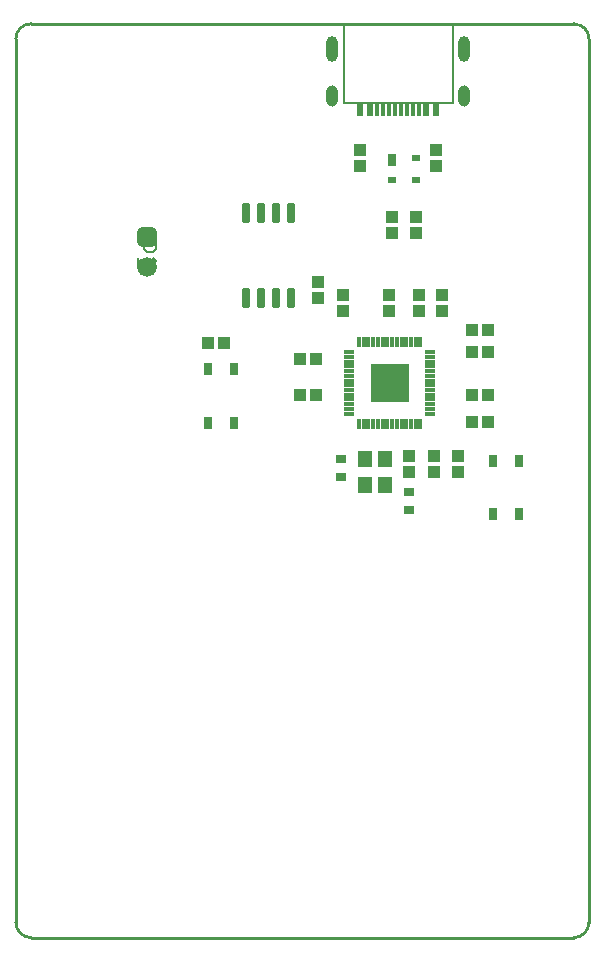
<source format=gts>
G04*
G04 #@! TF.GenerationSoftware,Altium Limited,Altium Designer,24.2.2 (26)*
G04*
G04 Layer_Color=8388736*
%FSLAX25Y25*%
%MOIN*%
G70*
G04*
G04 #@! TF.SameCoordinates,3758B99F-9DEC-4DD0-BAA5-DFD1AAF1D411*
G04*
G04*
G04 #@! TF.FilePolarity,Negative*
G04*
G01*
G75*
%ADD13C,0.01000*%
%ADD15C,0.00591*%
%ADD19R,0.01181X0.04331*%
%ADD20R,0.02362X0.04331*%
%ADD24R,0.02800X0.03900*%
%ADD28R,0.03543X0.03150*%
G04:AMPARAMS|DCode=30|XSize=66.38mil|YSize=25.83mil|CornerRadius=4.35mil|HoleSize=0mil|Usage=FLASHONLY|Rotation=270.000|XOffset=0mil|YOffset=0mil|HoleType=Round|Shape=RoundedRectangle|*
%AMROUNDEDRECTD30*
21,1,0.06638,0.01713,0,0,270.0*
21,1,0.05768,0.02583,0,0,270.0*
1,1,0.00870,-0.00856,-0.02884*
1,1,0.00870,-0.00856,0.02884*
1,1,0.00870,0.00856,0.02884*
1,1,0.00870,0.00856,-0.02884*
%
%ADD30ROUNDEDRECTD30*%
%ADD31R,0.04236X0.03842*%
%ADD32R,0.03842X0.04236*%
G04:AMPARAMS|DCode=33|XSize=10.87mil|YSize=36.06mil|CornerRadius=2.48mil|HoleSize=0mil|Usage=FLASHONLY|Rotation=0.000|XOffset=0mil|YOffset=0mil|HoleType=Round|Shape=RoundedRectangle|*
%AMROUNDEDRECTD33*
21,1,0.01087,0.03110,0,0,0.0*
21,1,0.00591,0.03606,0,0,0.0*
1,1,0.00496,0.00295,-0.01555*
1,1,0.00496,-0.00295,-0.01555*
1,1,0.00496,-0.00295,0.01555*
1,1,0.00496,0.00295,0.01555*
%
%ADD33ROUNDEDRECTD33*%
G04:AMPARAMS|DCode=34|XSize=36.06mil|YSize=10.87mil|CornerRadius=2.48mil|HoleSize=0mil|Usage=FLASHONLY|Rotation=0.000|XOffset=0mil|YOffset=0mil|HoleType=Round|Shape=RoundedRectangle|*
%AMROUNDEDRECTD34*
21,1,0.03606,0.00591,0,0,0.0*
21,1,0.03110,0.01087,0,0,0.0*
1,1,0.00496,0.01555,-0.00295*
1,1,0.00496,-0.01555,-0.00295*
1,1,0.00496,-0.01555,0.00295*
1,1,0.00496,0.01555,0.00295*
%
%ADD34ROUNDEDRECTD34*%
%ADD35R,0.12504X0.12504*%
%ADD36R,0.05024X0.05811*%
%ADD37R,0.02756X0.02362*%
%ADD38R,0.02756X0.03937*%
G04:AMPARAMS|DCode=39|XSize=39.37mil|YSize=86.61mil|CornerRadius=19.68mil|HoleSize=0mil|Usage=FLASHONLY|Rotation=180.000|XOffset=0mil|YOffset=0mil|HoleType=Round|Shape=RoundedRectangle|*
%AMROUNDEDRECTD39*
21,1,0.03937,0.04724,0,0,180.0*
21,1,0.00000,0.08661,0,0,180.0*
1,1,0.03937,0.00000,0.02362*
1,1,0.03937,0.00000,0.02362*
1,1,0.03937,0.00000,-0.02362*
1,1,0.03937,0.00000,-0.02362*
%
%ADD39ROUNDEDRECTD39*%
G04:AMPARAMS|DCode=40|XSize=39.37mil|YSize=70.87mil|CornerRadius=19.68mil|HoleSize=0mil|Usage=FLASHONLY|Rotation=180.000|XOffset=0mil|YOffset=0mil|HoleType=Round|Shape=RoundedRectangle|*
%AMROUNDEDRECTD40*
21,1,0.03937,0.03150,0,0,180.0*
21,1,0.00000,0.07087,0,0,180.0*
1,1,0.03937,0.00000,0.01575*
1,1,0.03937,0.00000,0.01575*
1,1,0.03937,0.00000,-0.01575*
1,1,0.03937,0.00000,-0.01575*
%
%ADD40ROUNDEDRECTD40*%
G04:AMPARAMS|DCode=41|XSize=65.98mil|YSize=65.98mil|CornerRadius=17.24mil|HoleSize=0mil|Usage=FLASHONLY|Rotation=270.000|XOffset=0mil|YOffset=0mil|HoleType=Round|Shape=RoundedRectangle|*
%AMROUNDEDRECTD41*
21,1,0.06598,0.03150,0,0,270.0*
21,1,0.03150,0.06598,0,0,270.0*
1,1,0.03449,-0.01575,-0.01575*
1,1,0.03449,-0.01575,0.01575*
1,1,0.03449,0.01575,0.01575*
1,1,0.03449,0.01575,-0.01575*
%
%ADD41ROUNDEDRECTD41*%
%ADD42C,0.06598*%
D13*
X1087100Y747300D02*
G03*
X1082100Y742300I0J-5000D01*
G01*
X1273100D02*
G03*
X1268100Y747300I-5000J0D01*
G01*
Y442700D02*
G03*
X1273100Y447700I0J5000D01*
G01*
X1082100D02*
G03*
X1087100Y442700I5000J0D01*
G01*
X1082100Y737121D02*
Y742300D01*
X1087100Y747300D02*
X1268100D01*
X1273100Y447841D02*
Y742300D01*
Y447700D02*
Y447841D01*
X1087100Y442700D02*
X1268100D01*
X1082100Y447700D02*
Y737121D01*
D15*
X1191310Y720818D02*
X1227687D01*
X1191310D02*
Y747196D01*
X1227687Y720818D02*
Y747196D01*
X1122861Y675036D02*
X1128765D01*
Y672084D01*
X1127781Y671100D01*
X1125813D01*
X1124829Y672084D01*
Y675036D01*
X1122861Y669132D02*
Y667164D01*
Y668148D01*
X1128765D01*
X1127781Y669132D01*
D19*
X1202609Y718653D02*
D03*
X1204577D02*
D03*
X1206546D02*
D03*
X1208514D02*
D03*
X1210483D02*
D03*
X1212451D02*
D03*
X1214420D02*
D03*
X1216388D02*
D03*
D20*
X1200050D02*
D03*
X1218947D02*
D03*
X1196900D02*
D03*
X1222097D02*
D03*
D24*
X1154732Y632058D02*
D03*
Y614342D02*
D03*
X1146268Y632058D02*
D03*
Y614342D02*
D03*
X1241168Y583942D02*
D03*
Y601658D02*
D03*
X1249632Y583942D02*
D03*
Y601658D02*
D03*
D28*
X1190400Y602153D02*
D03*
Y596247D02*
D03*
X1213100Y591153D02*
D03*
Y585247D02*
D03*
D30*
X1173700Y655907D02*
D03*
X1168700D02*
D03*
X1163700D02*
D03*
X1158700D02*
D03*
Y684293D02*
D03*
X1163700D02*
D03*
X1168700D02*
D03*
X1173700D02*
D03*
D31*
X1182700Y661258D02*
D03*
Y655943D02*
D03*
X1190991Y656957D02*
D03*
Y651643D02*
D03*
X1213100Y597984D02*
D03*
Y603299D02*
D03*
X1222099Y705306D02*
D03*
Y699991D02*
D03*
X1221600Y603300D02*
D03*
Y597985D02*
D03*
X1216388Y656957D02*
D03*
Y651643D02*
D03*
X1224000Y656957D02*
D03*
Y651643D02*
D03*
X1229546Y597984D02*
D03*
Y603298D02*
D03*
X1207514Y682956D02*
D03*
Y677641D02*
D03*
X1215392Y682958D02*
D03*
Y677643D02*
D03*
X1206547Y656957D02*
D03*
Y651643D02*
D03*
X1196902Y699991D02*
D03*
Y705306D02*
D03*
D32*
X1176885Y635433D02*
D03*
X1182200D02*
D03*
X1176885Y623639D02*
D03*
X1182200D02*
D03*
X1239458Y637813D02*
D03*
X1234143D02*
D03*
X1239419Y614661D02*
D03*
X1234104D02*
D03*
X1239419Y645120D02*
D03*
X1234104D02*
D03*
X1234144Y623639D02*
D03*
X1239459D02*
D03*
X1146243Y641000D02*
D03*
X1151558D02*
D03*
D33*
X1196477Y614053D02*
D03*
X1198052D02*
D03*
X1199627D02*
D03*
X1201202D02*
D03*
X1202776D02*
D03*
X1204351D02*
D03*
X1205926D02*
D03*
X1207501D02*
D03*
X1209076D02*
D03*
X1210650D02*
D03*
X1212225D02*
D03*
X1213800D02*
D03*
X1215375D02*
D03*
X1216950D02*
D03*
Y641100D02*
D03*
X1215375D02*
D03*
X1213800D02*
D03*
X1212225D02*
D03*
X1210652D02*
D03*
X1209076D02*
D03*
X1207501D02*
D03*
X1205926D02*
D03*
X1204351D02*
D03*
X1202776D02*
D03*
X1201202D02*
D03*
X1199627D02*
D03*
X1198052D02*
D03*
X1196477D02*
D03*
D34*
X1193190Y637813D02*
D03*
Y636238D02*
D03*
Y634663D02*
D03*
Y633088D02*
D03*
Y631513D02*
D03*
Y629939D02*
D03*
Y628364D02*
D03*
Y626789D02*
D03*
Y625214D02*
D03*
Y623639D02*
D03*
Y622065D02*
D03*
Y620490D02*
D03*
Y618915D02*
D03*
Y617340D02*
D03*
X1220237D02*
D03*
Y618915D02*
D03*
Y620490D02*
D03*
Y622065D02*
D03*
Y623639D02*
D03*
Y625214D02*
D03*
Y626789D02*
D03*
Y628364D02*
D03*
Y629939D02*
D03*
Y631513D02*
D03*
Y633088D02*
D03*
Y634663D02*
D03*
Y636238D02*
D03*
Y637813D02*
D03*
D35*
X1206713Y627576D02*
D03*
D36*
X1205147Y602131D02*
D03*
Y593469D02*
D03*
X1198454D02*
D03*
Y602131D02*
D03*
D37*
X1215390Y702649D02*
D03*
Y695168D02*
D03*
X1207516D02*
D03*
D38*
Y701861D02*
D03*
D39*
X1187372Y738928D02*
D03*
X1231625D02*
D03*
D40*
X1187372Y723180D02*
D03*
X1231625D02*
D03*
D41*
X1125813Y676100D02*
D03*
D42*
Y666100D02*
D03*
M02*

</source>
